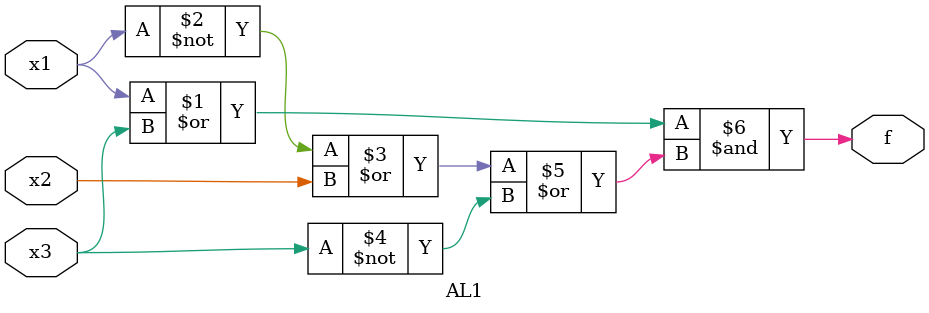
<source format=v>
module AL1(x1, x2, x3, f);
    input x1, x2, x3;
    output f;
    assign f=(x1|x3)&(~x1|x2|~x3);
endmodule
</source>
